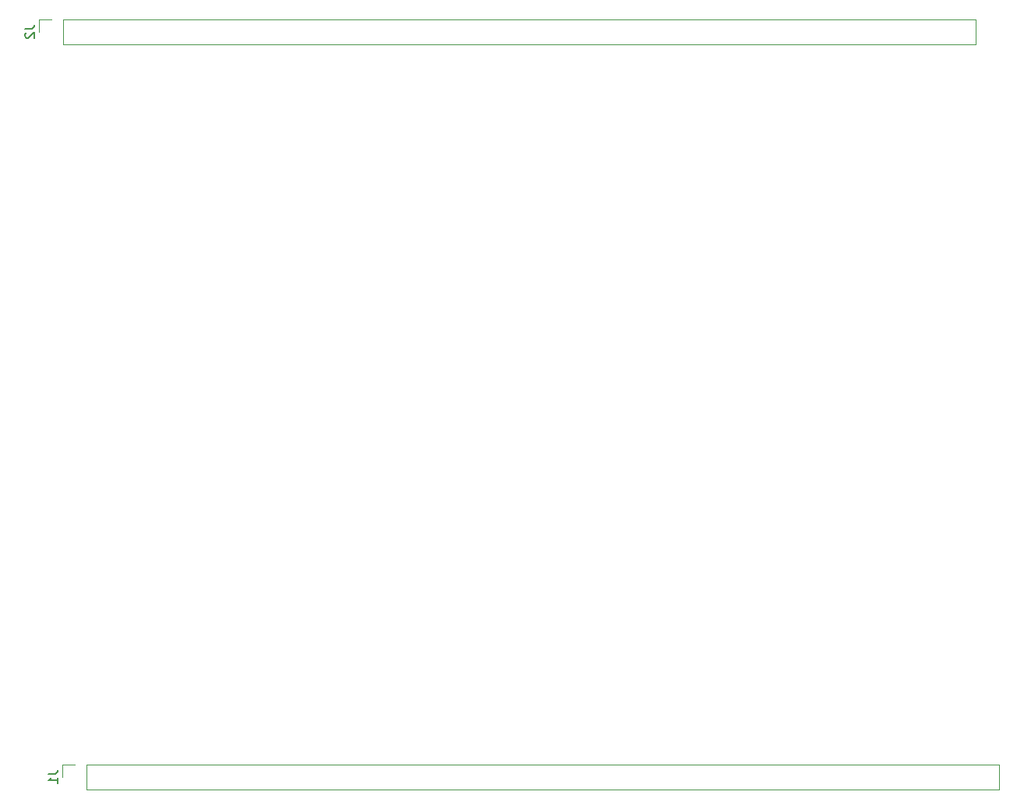
<source format=gbr>
%TF.GenerationSoftware,KiCad,Pcbnew,(6.0.6)*%
%TF.CreationDate,2022-07-29T18:16:28+02:00*%
%TF.ProjectId,csr,6373722e-6b69-4636-9164-5f7063625858,rev?*%
%TF.SameCoordinates,Original*%
%TF.FileFunction,Legend,Bot*%
%TF.FilePolarity,Positive*%
%FSLAX46Y46*%
G04 Gerber Fmt 4.6, Leading zero omitted, Abs format (unit mm)*
G04 Created by KiCad (PCBNEW (6.0.6)) date 2022-07-29 18:16:28*
%MOMM*%
%LPD*%
G01*
G04 APERTURE LIST*
%ADD10C,0.150000*%
%ADD11C,0.120000*%
G04 APERTURE END LIST*
D10*
%TO.C,J2*%
X49192380Y-293036666D02*
X49906666Y-293036666D01*
X50049523Y-292989047D01*
X50144761Y-292893809D01*
X50192380Y-292750952D01*
X50192380Y-292655714D01*
X49287619Y-293465238D02*
X49240000Y-293512857D01*
X49192380Y-293608095D01*
X49192380Y-293846190D01*
X49240000Y-293941428D01*
X49287619Y-293989047D01*
X49382857Y-294036666D01*
X49478095Y-294036666D01*
X49620952Y-293989047D01*
X50192380Y-293417619D01*
X50192380Y-294036666D01*
%TO.C,J1*%
X51732380Y-374062666D02*
X52446666Y-374062666D01*
X52589523Y-374015047D01*
X52684761Y-373919809D01*
X52732380Y-373776952D01*
X52732380Y-373681714D01*
X52732380Y-375062666D02*
X52732380Y-374491238D01*
X52732380Y-374776952D02*
X51732380Y-374776952D01*
X51875238Y-374681714D01*
X51970476Y-374586476D01*
X52018095Y-374491238D01*
D11*
%TO.C,J2*%
X50740000Y-292040000D02*
X50740000Y-293370000D01*
X53340000Y-292040000D02*
X53340000Y-294700000D01*
X53340000Y-292040000D02*
X152460000Y-292040000D01*
X53340000Y-294700000D02*
X152460000Y-294700000D01*
X152460000Y-292040000D02*
X152460000Y-294700000D01*
X52070000Y-292040000D02*
X50740000Y-292040000D01*
%TO.C,J1*%
X53280000Y-373066000D02*
X53280000Y-374396000D01*
X55880000Y-373066000D02*
X55880000Y-375726000D01*
X55880000Y-373066000D02*
X155000000Y-373066000D01*
X55880000Y-375726000D02*
X155000000Y-375726000D01*
X155000000Y-373066000D02*
X155000000Y-375726000D01*
X54610000Y-373066000D02*
X53280000Y-373066000D01*
%TD*%
M02*

</source>
